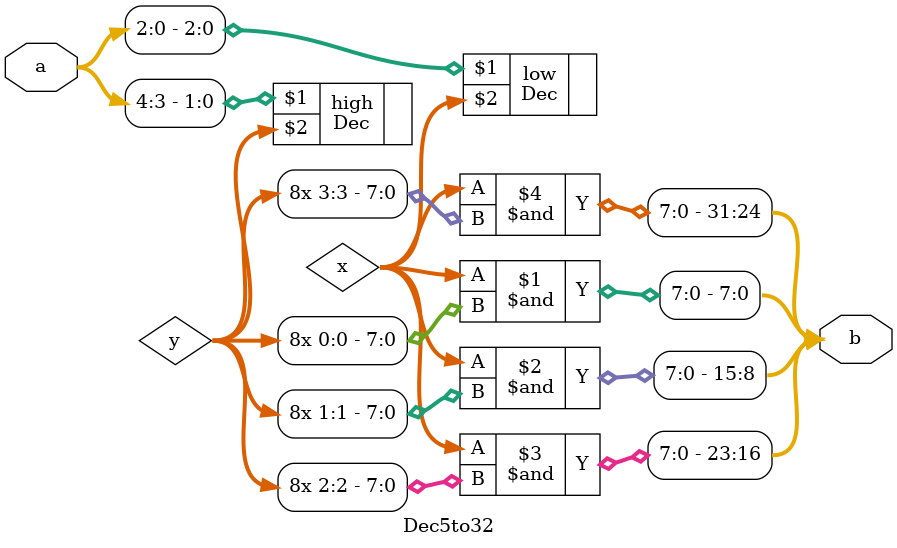
<source format=v>
module Dec5to32(a,b);
input [4:0] a;
output [31:0] b;
wire [7:0] x;//????????
wire[3:0] y;//????????

//????????
Dec#(3,8) low(a[2:0],x);
Dec#(2,4) high(a[4:3],y);

assign b[7:0] = x&{8{y[0]}};
assign b[15:8] =x&{8{y[1]}};
assign b[23:16]=x&{8{y[2]}};
assign b[31:24]=x&{8{y[3]}};

endmodule

</source>
